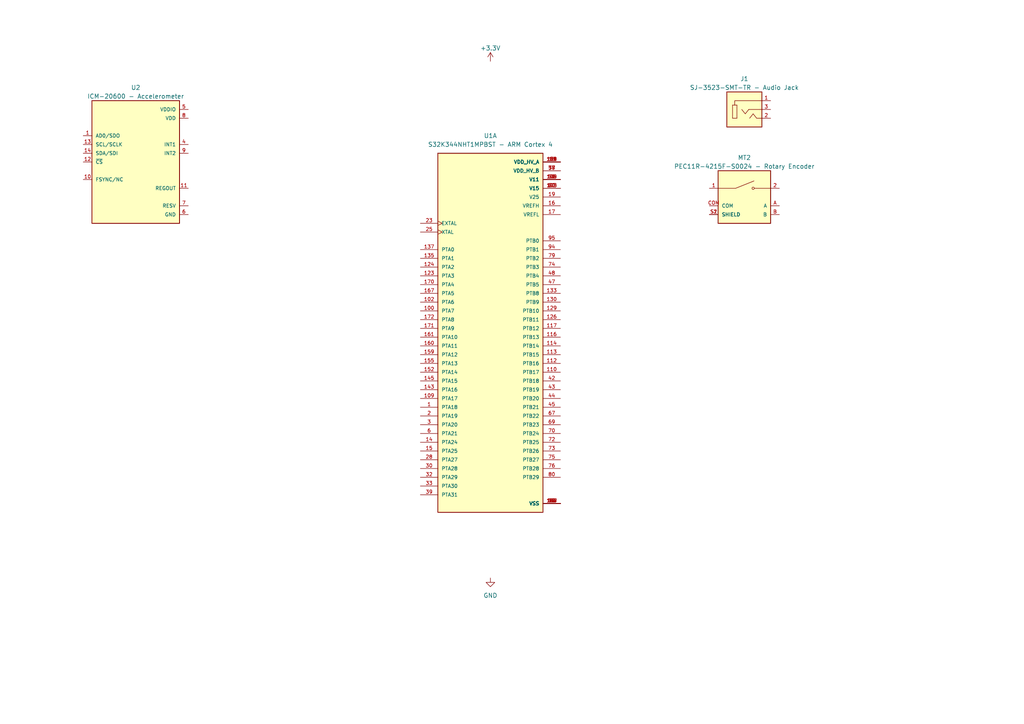
<source format=kicad_sch>
(kicad_sch (version 20230121) (generator eeschema)
  (paper "A4")
  (lib_symbols
    (symbol "ICM-20600:ICM-20600" (pin_names (offset 1.016))
      (property "Reference" "U" (at -12.7226 17.8117 0))
      (property "Value" "ICM-20600" (at -12.7276 -20.3642 0))
      (symbol "ICM-20600_0_0"
        (rectangle (start -12.7 17.78) (end 12.7 -17.78) (stroke (width 0.254)) (fill (type background)))
        (pin output line (at -15.24 7.62 0) (length 2.54) (name "AD0/SDO") (number "1"))
        (pin input line (at -15.24 -5.08 0) (length 2.54) (name "FSYNC/NC") (number "10"))
        (pin passive line (at 15.24 -7.62 180) (length 2.54) (name "REGOUT") (number "11"))
        (pin input line (at -15.24 0 0) (length 2.54) (name "~{CS}") (number "12"))
        (pin bidirectional line (at -15.24 5.08 0) (length 2.54) (name "SCL/SCLK") (number "13"))
        (pin bidirectional line (at -15.24 2.54 0) (length 2.54) (name "SDA/SDI") (number "14"))
        (pin output line (at 15.24 5.08 180) (length 2.54) (name "INT1") (number "4"))
        (pin power_in line (at 15.24 15.24 180) (length 2.54) (name "VDDIO") (number "5"))
        (pin power_in line (at 15.24 -15.24 180) (length 2.54) (name "GND") (number "6"))
        (pin power_in line (at 15.24 -12.7 180) (length 2.54) (name "RESV") (number "7"))
        (pin power_in line (at 15.24 12.7 180) (length 2.54) (name "VDD") (number "8"))
        (pin output line (at 15.24 2.54 180) (length 2.54) (name "INT2") (number "9"))
      )
    )
    (symbol "PEC11R-4215F-S0024:PEC11R-4215F-S0024" (pin_names (offset 1.016))
      (property "Reference" "MT" (at -7.62 8.89 0))
      (property "Value" "PEC11R-4215F-S0024" (at -7.62 -8.89 0))
      (symbol "PEC11R-4215F-S0024_0_0"
        (rectangle (start -7.62 7.62) (end 7.62 -7.62) (stroke (width 0.254)) (fill (type background)))
        (polyline (pts (xy -2.54 2.54) (xy -7.62 2.54)) (stroke (width 0.1524)))
        (polyline (pts (xy -2.54 2.54) (xy 2.794 4.6736)) (stroke (width 0.1524)))
        (polyline (pts (xy 7.62 2.54) (xy 2.921 2.54)) (stroke (width 0.1524)))
        (circle (center 2.54 2.54) (radius 0.3302) (stroke (width 0.1524)))
        (pin passive line (at -10.16 2.54 0) (length 2.54) (name "~") (number "1"))
        (pin passive line (at 10.16 2.54 180) (length 2.54) (name "~") (number "2"))
        (pin passive line (at 10.16 -2.54 180) (length 2.54) (name "A") (number "A"))
        (pin passive line (at 10.16 -5.08 180) (length 2.54) (name "B") (number "B"))
        (pin passive line (at -10.16 -2.54 0) (length 2.54) (name "COM") (number "COM"))
        (pin passive line (at -10.16 -5.08 0) (length 2.54) (name "SHIELD") (number "S1"))
        (pin passive line (at -10.16 -5.08 0) (length 2.54) (name "SHIELD") (number "S2"))
      )
    )
    (symbol "S32K344NHT1MPBST:S32K344NHT1MPBST" (pin_names (offset 1.016))
      (property "Reference" "U" (at -15.24 54.61 0))
      (property "Value" "S32K344NHT1MPBST" (at -15.24 -52.07 0))
      (property "Description" " \nARM Microcontrollers - MCU S32K344 Arm Cortex-M7,160 MHz,4 MB Flash,CAN FD,Flex IO,HSE B security,172 MaxQFP S32K MCUs for General Purpose\n" (at 7.62 21.59 0))
      (symbol "S32K344NHT1MPBST_1_0"
        (rectangle (start -15.24 53.34) (end 15.24 -50.8) (stroke (width 0.254)) (fill (type background)))
        (pin bidirectional line (at -20.32 -20.32 0) (length 5.08) (name "PTA18") (number "1"))
        (pin bidirectional line (at -20.32 7.62 0) (length 5.08) (name "PTA7") (number "100"))
        (pin bidirectional line (at -20.32 10.16 0) (length 5.08) (name "PTA6") (number "102"))
        (pin power_in line (at 20.32 43.18 180) (length 5.08) (name "V15") (number "105"))
        (pin power_in line (at 20.32 45.72 180) (length 5.08) (name "V11") (number "106"))
        (pin power_in line (at 20.32 -48.26 180) (length 5.08) (name "VSS") (number "107"))
        (pin power_in line (at 20.32 50.8 180) (length 5.08) (name "VDD_HV_A") (number "108"))
        (pin bidirectional line (at -20.32 -17.78 0) (length 5.08) (name "PTA17") (number "109"))
        (pin bidirectional line (at 20.32 -10.16 180) (length 5.08) (name "PTB17") (number "110"))
        (pin bidirectional line (at 20.32 -7.62 180) (length 5.08) (name "PTB16") (number "112"))
        (pin bidirectional line (at 20.32 -5.08 180) (length 5.08) (name "PTB15") (number "113"))
        (pin bidirectional line (at 20.32 -2.54 180) (length 5.08) (name "PTB14") (number "114"))
        (pin bidirectional line (at 20.32 0 180) (length 5.08) (name "PTB13") (number "116"))
        (pin bidirectional line (at 20.32 2.54 180) (length 5.08) (name "PTB12") (number "117"))
        (pin bidirectional line (at -20.32 17.78 0) (length 5.08) (name "PTA3") (number "123"))
        (pin bidirectional line (at -20.32 20.32 0) (length 5.08) (name "PTA2") (number "124"))
        (pin bidirectional line (at 20.32 5.08 180) (length 5.08) (name "PTB11") (number "126"))
        (pin power_in line (at 20.32 -48.26 180) (length 5.08) (name "VSS") (number "127"))
        (pin power_in line (at 20.32 50.8 180) (length 5.08) (name "VDD_HV_A") (number "128"))
        (pin bidirectional line (at 20.32 7.62 180) (length 5.08) (name "PTB10") (number "129"))
        (pin bidirectional line (at 20.32 10.16 180) (length 5.08) (name "PTB9") (number "130"))
        (pin bidirectional line (at 20.32 12.7 180) (length 5.08) (name "PTB8") (number "133"))
        (pin bidirectional line (at -20.32 22.86 0) (length 5.08) (name "PTA1") (number "135"))
        (pin bidirectional line (at -20.32 25.4 0) (length 5.08) (name "PTA0") (number "137"))
        (pin input line (at -20.32 -30.48 0) (length 5.08) (name "PTA24") (number "14"))
        (pin bidirectional line (at -20.32 -15.24 0) (length 5.08) (name "PTA16") (number "143"))
        (pin bidirectional line (at -20.32 -12.7 0) (length 5.08) (name "PTA15") (number "145"))
        (pin power_in line (at 20.32 43.18 180) (length 5.08) (name "V15") (number "148"))
        (pin power_in line (at 20.32 45.72 180) (length 5.08) (name "V11") (number "149"))
        (pin input line (at -20.32 -33.02 0) (length 5.08) (name "PTA25") (number "15"))
        (pin power_in line (at 20.32 -48.26 180) (length 5.08) (name "VSS") (number "150"))
        (pin power_in line (at 20.32 50.8 180) (length 5.08) (name "VDD_HV_A") (number "151"))
        (pin bidirectional line (at -20.32 -10.16 0) (length 5.08) (name "PTA14") (number "152"))
        (pin bidirectional line (at -20.32 -7.62 0) (length 5.08) (name "PTA13") (number "155"))
        (pin bidirectional line (at -20.32 -5.08 0) (length 5.08) (name "PTA12") (number "159"))
        (pin power_in line (at 20.32 38.1 180) (length 5.08) (name "VREFH") (number "16"))
        (pin bidirectional line (at -20.32 -2.54 0) (length 5.08) (name "PTA11") (number "160"))
        (pin bidirectional line (at -20.32 0 0) (length 5.08) (name "PTA10") (number "161"))
        (pin bidirectional line (at -20.32 12.7 0) (length 5.08) (name "PTA5") (number "167"))
        (pin power_in line (at 20.32 -48.26 180) (length 5.08) (name "VSS") (number "168"))
        (pin power_in line (at 20.32 50.8 180) (length 5.08) (name "VDD_HV_A") (number "169"))
        (pin power_in line (at 20.32 35.56 180) (length 5.08) (name "VREFL") (number "17"))
        (pin bidirectional line (at -20.32 15.24 0) (length 5.08) (name "PTA4") (number "170"))
        (pin bidirectional line (at -20.32 2.54 0) (length 5.08) (name "PTA9") (number "171"))
        (pin bidirectional line (at -20.32 5.08 0) (length 5.08) (name "PTA8") (number "172"))
        (pin power_in line (at 20.32 50.8 180) (length 5.08) (name "VDD_HV_A") (number "18"))
        (pin power_in line (at 20.32 40.64 180) (length 5.08) (name "V25") (number "19"))
        (pin bidirectional line (at -20.32 -22.86 0) (length 5.08) (name "PTA19") (number "2"))
        (pin power_in line (at 20.32 43.18 180) (length 5.08) (name "V15") (number "20"))
        (pin power_in line (at 20.32 45.72 180) (length 5.08) (name "V11") (number "21"))
        (pin power_in line (at 20.32 -48.26 180) (length 5.08) (name "VSS") (number "22"))
        (pin input clock (at -20.32 33.02 0) (length 5.08) (name "EXTAL") (number "23"))
        (pin power_in line (at 20.32 -48.26 180) (length 5.08) (name "VSS") (number "24"))
        (pin output clock (at -20.32 30.48 0) (length 5.08) (name "XTAL") (number "25"))
        (pin bidirectional line (at -20.32 -35.56 0) (length 5.08) (name "PTA27") (number "28"))
        (pin bidirectional line (at -20.32 -25.4 0) (length 5.08) (name "PTA20") (number "3"))
        (pin bidirectional line (at -20.32 -38.1 0) (length 5.08) (name "PTA28") (number "30"))
        (pin bidirectional line (at -20.32 -40.64 0) (length 5.08) (name "PTA29") (number "32"))
        (pin bidirectional line (at -20.32 -43.18 0) (length 5.08) (name "PTA30") (number "33"))
        (pin power_in line (at 20.32 -48.26 180) (length 5.08) (name "VSS") (number "37"))
        (pin power_in line (at 20.32 48.26 180) (length 5.08) (name "VDD_HV_B") (number "38"))
        (pin bidirectional line (at -20.32 -45.72 0) (length 5.08) (name "PTA31") (number "39"))
        (pin bidirectional line (at 20.32 -12.7 180) (length 5.08) (name "PTB18") (number "42"))
        (pin bidirectional line (at 20.32 -15.24 180) (length 5.08) (name "PTB19") (number "43"))
        (pin bidirectional line (at 20.32 -17.78 180) (length 5.08) (name "PTB20") (number "44"))
        (pin bidirectional line (at 20.32 -20.32 180) (length 5.08) (name "PTB21") (number "45"))
        (pin bidirectional line (at 20.32 15.24 180) (length 5.08) (name "PTB5") (number "47"))
        (pin bidirectional line (at 20.32 17.78 180) (length 5.08) (name "PTB4") (number "48"))
        (pin power_in line (at 20.32 48.26 180) (length 5.08) (name "VDD_HV_B") (number "57"))
        (pin power_in line (at 20.32 -48.26 180) (length 5.08) (name "VSS") (number "58"))
        (pin power_in line (at 20.32 45.72 180) (length 5.08) (name "V11") (number "59"))
        (pin bidirectional line (at -20.32 -27.94 0) (length 5.08) (name "PTA21") (number "6"))
        (pin power_in line (at 20.32 43.18 180) (length 5.08) (name "V15") (number "60"))
        (pin bidirectional line (at 20.32 -22.86 180) (length 5.08) (name "PTB22") (number "67"))
        (pin bidirectional line (at 20.32 -25.4 180) (length 5.08) (name "PTB23") (number "69"))
        (pin bidirectional line (at 20.32 -27.94 180) (length 5.08) (name "PTB24") (number "70"))
        (pin bidirectional line (at 20.32 -30.48 180) (length 5.08) (name "PTB25") (number "72"))
        (pin bidirectional line (at 20.32 -33.02 180) (length 5.08) (name "PTB26") (number "73"))
        (pin bidirectional line (at 20.32 20.32 180) (length 5.08) (name "PTB3") (number "74"))
        (pin bidirectional line (at 20.32 -35.56 180) (length 5.08) (name "PTB27") (number "75"))
        (pin bidirectional line (at 20.32 -38.1 180) (length 5.08) (name "PTB28") (number "76"))
        (pin power_in line (at 20.32 48.26 180) (length 5.08) (name "VDD_HV_B") (number "77"))
        (pin power_in line (at 20.32 -48.26 180) (length 5.08) (name "VSS") (number "78"))
        (pin bidirectional line (at 20.32 22.86 180) (length 5.08) (name "PTB2") (number "79"))
        (pin bidirectional line (at 20.32 -40.64 180) (length 5.08) (name "PTB29") (number "80"))
        (pin bidirectional line (at 20.32 25.4 180) (length 5.08) (name "PTB1") (number "94"))
        (pin bidirectional line (at 20.32 27.94 180) (length 5.08) (name "PTB0") (number "95"))
      )
      (symbol "S32K344NHT1MPBST_2_0"
        (rectangle (start -12.7 -58.42) (end 12.7 58.42) (stroke (width 0.254)) (fill (type background)))
        (pin bidirectional line (at -17.78 -50.8 0) (length 5.08) (name "PTE10") (number "10"))
        (pin bidirectional line (at -17.78 -17.78 0) (length 5.08) (name "PTC30") (number "101"))
        (pin bidirectional line (at -17.78 -20.32 0) (length 5.08) (name "PTC31") (number "103"))
        (pin bidirectional line (at -17.78 -43.18 0) (length 5.08) (name "PTE7") (number "104"))
        (pin bidirectional line (at 17.78 55.88 180) (length 5.08) (name "PTE13") (number "11"))
        (pin bidirectional line (at 17.78 -22.86 180) (length 5.08) (name "PTD20") (number "111"))
        (pin bidirectional line (at 17.78 -25.4 180) (length 5.08) (name "PTD21") (number "115"))
        (pin bidirectional line (at 17.78 -27.94 180) (length 5.08) (name "PTD22") (number "118"))
        (pin bidirectional line (at 17.78 12.7 180) (length 5.08) (name "PTD4") (number "119"))
        (pin bidirectional line (at -17.78 -38.1 0) (length 5.08) (name "PTE5") (number "12"))
        (pin bidirectional line (at 17.78 15.24 180) (length 5.08) (name "PTD3") (number "120"))
        (pin bidirectional line (at 17.78 17.78 180) (length 5.08) (name "PTD2") (number "121"))
        (pin bidirectional line (at 17.78 -30.48 180) (length 5.08) (name "PTD23") (number "122"))
        (pin bidirectional line (at 17.78 -33.02 180) (length 5.08) (name "PTD24") (number "125"))
        (pin bidirectional line (at -17.78 -35.56 0) (length 5.08) (name "PTE4") (number "13"))
        (pin bidirectional line (at 17.78 -35.56 180) (length 5.08) (name "PTD26") (number "131"))
        (pin bidirectional line (at 17.78 -38.1 180) (length 5.08) (name "PTD27") (number "132"))
        (pin bidirectional line (at 17.78 -40.64 180) (length 5.08) (name "PTD28") (number "134"))
        (pin bidirectional line (at 17.78 -43.18 180) (length 5.08) (name "PTD29") (number "136"))
        (pin bidirectional line (at 17.78 -45.72 180) (length 5.08) (name "PTD30") (number "138"))
        (pin bidirectional line (at 17.78 -48.26 180) (length 5.08) (name "PTD31") (number "139"))
        (pin bidirectional line (at -17.78 38.1 0) (length 5.08) (name "PTC7") (number "140"))
        (pin bidirectional line (at -17.78 40.64 0) (length 5.08) (name "PTC6") (number "141"))
        (pin bidirectional line (at 17.78 45.72 180) (length 5.08) (name "PTE17") (number "142"))
        (pin bidirectional line (at 17.78 43.18 180) (length 5.08) (name "PTE18") (number "144"))
        (pin bidirectional line (at -17.78 -40.64 0) (length 5.08) (name "PTE6") (number "146"))
        (pin bidirectional line (at -17.78 -30.48 0) (length 5.08) (name "PTE2") (number "147"))
        (pin bidirectional line (at 17.78 40.64 180) (length 5.08) (name "PTE21") (number "153"))
        (pin bidirectional line (at 17.78 38.1 180) (length 5.08) (name "PTE22") (number "154"))
        (pin bidirectional line (at 17.78 35.56 180) (length 5.08) (name "PTE23") (number "156"))
        (pin bidirectional line (at 17.78 33.02 180) (length 5.08) (name "PTE24") (number "157"))
        (pin bidirectional line (at 17.78 30.48 180) (length 5.08) (name "PTE25") (number "158"))
        (pin bidirectional line (at -17.78 -27.94 0) (length 5.08) (name "PTE1") (number "162"))
        (pin bidirectional line (at -17.78 -25.4 0) (length 5.08) (name "PTE0") (number "163"))
        (pin bidirectional line (at 17.78 27.94 180) (length 5.08) (name "PTE26") (number "164"))
        (pin bidirectional line (at -17.78 43.18 0) (length 5.08) (name "PTC5") (number "165"))
        (pin bidirectional line (at -17.78 45.72 0) (length 5.08) (name "PTC4") (number "166"))
        (pin bidirectional line (at 17.78 53.34 180) (length 5.08) (name "PTE14") (number "26"))
        (pin bidirectional line (at -17.78 -33.02 0) (length 5.08) (name "PTE3") (number "27"))
        (pin bidirectional line (at -17.78 -55.88 0) (length 5.08) (name "PTE12") (number "29"))
        (pin bidirectional line (at 17.78 -20.32 180) (length 5.08) (name "PTD17") (number "31"))
        (pin bidirectional line (at 17.78 -17.78 180) (length 5.08) (name "PTD16") (number "34"))
        (pin bidirectional line (at 17.78 -15.24 180) (length 5.08) (name "PTD15") (number "35"))
        (pin bidirectional line (at -17.78 -48.26 0) (length 5.08) (name "PTE9") (number "36"))
        (pin bidirectional line (at 17.78 48.26 180) (length 5.08) (name "PTE16") (number "4"))
        (pin bidirectional line (at 17.78 -12.7 180) (length 5.08) (name "PTD14") (number "40"))
        (pin bidirectional line (at 17.78 -10.16 180) (length 5.08) (name "PTD13") (number "41"))
        (pin bidirectional line (at -17.78 -45.72 0) (length 5.08) (name "PTE8") (number "46"))
        (pin bidirectional line (at -17.78 48.26 0) (length 5.08) (name "PTC3") (number "49"))
        (pin bidirectional line (at 17.78 50.8 180) (length 5.08) (name "PTE15") (number "5"))
        (pin bidirectional line (at -17.78 50.8 0) (length 5.08) (name "PTC2") (number "50"))
        (pin bidirectional line (at 17.78 5.08 180) (length 5.08) (name "PTD7") (number "51"))
        (pin bidirectional line (at 17.78 7.62 180) (length 5.08) (name "PTD6") (number "52"))
        (pin bidirectional line (at 17.78 10.16 180) (length 5.08) (name "PTD5") (number "53"))
        (pin bidirectional line (at 17.78 -7.62 180) (length 5.08) (name "PTD12") (number "54"))
        (pin bidirectional line (at 17.78 -5.08 180) (length 5.08) (name "PTD11") (number "55"))
        (pin bidirectional line (at 17.78 -2.54 180) (length 5.08) (name "PTD10") (number "56"))
        (pin bidirectional line (at -17.78 53.34 0) (length 5.08) (name "PTC1") (number "61"))
        (pin bidirectional line (at -17.78 55.88 0) (length 5.08) (name "PTC0") (number "62"))
        (pin bidirectional line (at 17.78 0 180) (length 5.08) (name "PTD9") (number "63"))
        (pin bidirectional line (at 17.78 2.54 180) (length 5.08) (name "PTD8") (number "64"))
        (pin bidirectional line (at -17.78 12.7 0) (length 5.08) (name "PTC17") (number "65"))
        (pin bidirectional line (at -17.78 15.24 0) (length 5.08) (name "PTC16") (number "66"))
        (pin bidirectional line (at -17.78 17.78 0) (length 5.08) (name "PTC15") (number "68"))
        (pin bidirectional line (at 17.78 20.32 180) (length 5.08) (name "PTD1") (number "7"))
        (pin bidirectional line (at -17.78 20.32 0) (length 5.08) (name "PTC14") (number "71"))
        (pin bidirectional line (at 17.78 22.86 180) (length 5.08) (name "PTD0") (number "8"))
        (pin bidirectional line (at -17.78 22.86 0) (length 5.08) (name "PTC13") (number "81"))
        (pin bidirectional line (at -17.78 10.16 0) (length 5.08) (name "PTC18") (number "82"))
        (pin bidirectional line (at -17.78 25.4 0) (length 5.08) (name "PTC12") (number "83"))
        (pin bidirectional line (at -17.78 7.62 0) (length 5.08) (name "PTC19") (number "84"))
        (pin bidirectional line (at -17.78 5.08 0) (length 5.08) (name "PTC20") (number "85"))
        (pin bidirectional line (at -17.78 2.54 0) (length 5.08) (name "PTC21") (number "86"))
        (pin bidirectional line (at -17.78 0 0) (length 5.08) (name "PTC23") (number "87"))
        (pin bidirectional line (at -17.78 -2.54 0) (length 5.08) (name "PTC24") (number "88"))
        (pin bidirectional line (at -17.78 -5.08 0) (length 5.08) (name "PTC25") (number "89"))
        (pin bidirectional line (at -17.78 -53.34 0) (length 5.08) (name "PTE11") (number "9"))
        (pin bidirectional line (at -17.78 27.94 0) (length 5.08) (name "PTC11") (number "90"))
        (pin bidirectional line (at -17.78 -7.62 0) (length 5.08) (name "PTC26") (number "91"))
        (pin bidirectional line (at -17.78 30.48 0) (length 5.08) (name "PTC10") (number "92"))
        (pin bidirectional line (at -17.78 -10.16 0) (length 5.08) (name "PTC27") (number "93"))
        (pin bidirectional line (at -17.78 -12.7 0) (length 5.08) (name "PTC28") (number "96"))
        (pin bidirectional line (at -17.78 33.02 0) (length 5.08) (name "PTC9") (number "97"))
        (pin bidirectional line (at -17.78 35.56 0) (length 5.08) (name "PTC8") (number "98"))
        (pin bidirectional line (at -17.78 -15.24 0) (length 5.08) (name "PTC29") (number "99"))
      )
    )
    (symbol "SJ-3523-SMT-TR:SJ-3523-SMT-TR" (pin_names (offset 1.016) hide)
      (property "Reference" "J" (at -5.1054 5.7404 0))
      (property "Value" "SJ-3523-SMT-TR" (at -5.1054 -7.6454 0))
      (symbol "SJ-3523-SMT-TR_0_0"
        (rectangle (start -5.08 -5.08) (end 5.08 5.08) (stroke (width 0.254)) (fill (type background)))
        (polyline (pts (xy -3.429 -2.54) (xy -2.159 -2.54)) (stroke (width 0.1524)))
        (polyline (pts (xy -3.429 1.27) (xy -3.429 -2.54)) (stroke (width 0.1524)))
        (polyline (pts (xy -2.794 1.27) (xy -3.429 1.27)) (stroke (width 0.1524)))
        (polyline (pts (xy -2.794 1.27) (xy -2.794 2.54)) (stroke (width 0.1524)))
        (polyline (pts (xy -2.794 2.54) (xy 5.08 2.54)) (stroke (width 0.1524)))
        (polyline (pts (xy -2.159 -2.54) (xy -2.159 1.27)) (stroke (width 0.1524)))
        (polyline (pts (xy -2.159 1.27) (xy -2.794 1.27)) (stroke (width 0.1524)))
        (polyline (pts (xy 0.254 -1.27) (xy -0.762 0)) (stroke (width 0.1524)))
        (polyline (pts (xy 1.27 0) (xy 0.254 -1.27)) (stroke (width 0.1524)))
        (polyline (pts (xy 1.524 -2.54) (xy 2.54 -1.27)) (stroke (width 0.1524)))
        (polyline (pts (xy 2.54 -1.27) (xy 3.556 -2.54)) (stroke (width 0.1524)))
        (polyline (pts (xy 5.08 -2.54) (xy 3.556 -2.54)) (stroke (width 0.1524)))
        (polyline (pts (xy 5.08 0) (xy 1.27 0)) (stroke (width 0.1524)))
        (pin passive line (at 7.62 2.54 180) (length 2.54) (name "~") (number "1"))
        (pin passive line (at 7.62 -2.54 180) (length 2.54) (name "~") (number "2"))
        (pin passive line (at 7.62 0 180) (length 2.54) (name "~") (number "3"))
      )
    )
    (symbol "power:+3.3V" (power) (pin_names (offset 0))
      (property "Value" "+3.3V" (at 0 3.556 0))
      (symbol "+3.3V_0_1"
        (polyline (pts (xy -0.762 1.27) (xy 0 2.54)))
        (polyline (pts (xy 0 0) (xy 0 2.54)))
        (polyline (pts (xy 0 2.54) (xy 0.762 1.27)))
      )
      (symbol "+3.3V_1_1"
        (pin power_in line (at 0 0 90) (length 0) hide (name "+3.3V") (number "1"))
      )
    )
    (symbol "power:GND" (power) (pin_names (offset 0))
      (property "Value" "GND" (at 0 -3.81 0))
      (symbol "GND_0_1"
        (polyline (pts (xy 0 0) (xy 0 -1.27) (xy 1.27 -1.27) (xy 0 -2.54) (xy -1.27 -1.27) (xy 0 -1.27)))
      )
      (symbol "GND_1_1"
        (pin power_in line (at 0 0 270) (length 0) hide (name "GND") (number "1"))
      )
    )
  )
  (symbol (lib_id "ICM-20600:ICM-20600") (at 39.37 46.99 0) (unit 1)
    (property "Reference" "U2" (at 39.37 25.4 0))
    (property "Value" "ICM-20600 - Accelerometer" (at 39.37 27.94 0))
    (property "MP" "ICM-20600" (effects hide))
    (property "Description" "\nAccelerometer, Gyroscope, 6 Axis Sensor I²C, SPI Output\n" (effects hide))
  )
  (symbol (lib_id "power:+3.3V") (at 142.24 17.78 0) (unit 1)
    (property "Reference" "#PWR01" (effects hide))
    (property "Value" "+3.3V" (at 142.24 13.97 0))
  )
  (symbol (lib_id "power:GND") (at 142.24 167.64 0) (unit 1)
    (property "Reference" "#PWR02" (effects hide))
    (property "Value" "GND" (at 142.24 172.72 0))
  )
  (symbol (lib_id "PEC11R-4215F-S0024:PEC11R-4215F-S0024") (at 215.9 57.15 0) (unit 1)
    (property "Reference" "MT2" (at 215.9 45.72 0))
    (property "Value" "PEC11R-4215F-S0024 - Rotary Encoder" (at 215.9 48.26 0))
    (property "MAXIMUM_PACKAGE_HEIGHT" "21.5 mm" (effects hide))
    (property "Description" "\nEncoder,Rotary,24 Detents,15 mm, Shaft,Switch | Bourns PEC11R-4215F-S0024\n" (effects hide))
  )
  (symbol (lib_id "SJ-3523-SMT-TR:SJ-3523-SMT-TR") (at 215.9 31.75 0) (unit 1)
    (property "Reference" "J1" (at 215.9 22.86 0))
    (property "Value" "SJ-3523-SMT-TR - Audio Jack" (at 215.9 25.4 0))
    (property "MF" "CUI Inc" (effects hide))
  )
  (symbol (lib_id "S32K344NHT1MPBST:S32K344NHT1MPBST") (at 142.24 97.79 0) (unit 1)
    (property "Reference" "U1" (at 142.24 39.37 0))
    (property "Value" "S32K344NHT1MPBST - ARM Cortex 4" (at 142.24 41.91 0))
    (property "PARTREV" "7" (effects hide))
    (property "Description" " \nARM Microcontrollers - MCU S32K344 Arm Cortex-M7,160 MHz,4 MB Flash,CAN FD,Flex IO,HSE B security,172 MaxQFP S32K MCUs for General Purpose\n" (at 142.24 43.18 0) (effects (font (size 0 0))))
  )
)
</source>
